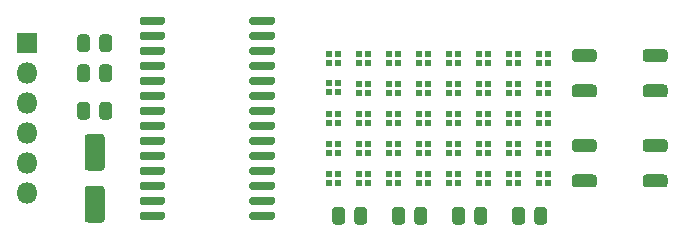
<source format=gbr>
%TF.GenerationSoftware,KiCad,Pcbnew,5.1.6-c6e7f7d~87~ubuntu18.04.1*%
%TF.CreationDate,2020-09-19T20:19:40+02:00*%
%TF.ProjectId,rgbpmod,72676270-6d6f-4642-9e6b-696361645f70,rev?*%
%TF.SameCoordinates,Original*%
%TF.FileFunction,Soldermask,Top*%
%TF.FilePolarity,Negative*%
%FSLAX46Y46*%
G04 Gerber Fmt 4.6, Leading zero omitted, Abs format (unit mm)*
G04 Created by KiCad (PCBNEW 5.1.6-c6e7f7d~87~ubuntu18.04.1) date 2020-09-19 20:19:40*
%MOMM*%
%LPD*%
G01*
G04 APERTURE LIST*
%ADD10R,0.550000X0.550000*%
%ADD11R,1.800000X1.800000*%
%ADD12O,1.800000X1.800000*%
G04 APERTURE END LIST*
%TO.C,C1*%
G36*
G01*
X134385000Y-79856250D02*
X134385000Y-78893750D01*
G75*
G02*
X134653750Y-78625000I268750J0D01*
G01*
X135191250Y-78625000D01*
G75*
G02*
X135460000Y-78893750I0J-268750D01*
G01*
X135460000Y-79856250D01*
G75*
G02*
X135191250Y-80125000I-268750J0D01*
G01*
X134653750Y-80125000D01*
G75*
G02*
X134385000Y-79856250I0J268750D01*
G01*
G37*
G36*
G01*
X132510000Y-79856250D02*
X132510000Y-78893750D01*
G75*
G02*
X132778750Y-78625000I268750J0D01*
G01*
X133316250Y-78625000D01*
G75*
G02*
X133585000Y-78893750I0J-268750D01*
G01*
X133585000Y-79856250D01*
G75*
G02*
X133316250Y-80125000I-268750J0D01*
G01*
X132778750Y-80125000D01*
G75*
G02*
X132510000Y-79856250I0J268750D01*
G01*
G37*
%TD*%
%TO.C,C2*%
G36*
G01*
X137590000Y-79856250D02*
X137590000Y-78893750D01*
G75*
G02*
X137858750Y-78625000I268750J0D01*
G01*
X138396250Y-78625000D01*
G75*
G02*
X138665000Y-78893750I0J-268750D01*
G01*
X138665000Y-79856250D01*
G75*
G02*
X138396250Y-80125000I-268750J0D01*
G01*
X137858750Y-80125000D01*
G75*
G02*
X137590000Y-79856250I0J268750D01*
G01*
G37*
G36*
G01*
X139465000Y-79856250D02*
X139465000Y-78893750D01*
G75*
G02*
X139733750Y-78625000I268750J0D01*
G01*
X140271250Y-78625000D01*
G75*
G02*
X140540000Y-78893750I0J-268750D01*
G01*
X140540000Y-79856250D01*
G75*
G02*
X140271250Y-80125000I-268750J0D01*
G01*
X139733750Y-80125000D01*
G75*
G02*
X139465000Y-79856250I0J268750D01*
G01*
G37*
%TD*%
D10*
%TO.C,D1*%
X122043000Y-65655000D03*
X122813000Y-65655000D03*
X122813000Y-66425000D03*
X122043000Y-66425000D03*
%TD*%
%TO.C,D2*%
X122043000Y-68925000D03*
X122813000Y-68925000D03*
X122813000Y-68155000D03*
X122043000Y-68155000D03*
%TD*%
%TO.C,D3*%
X122043000Y-70735000D03*
X122813000Y-70735000D03*
X122813000Y-71505000D03*
X122043000Y-71505000D03*
%TD*%
%TO.C,D4*%
X122043000Y-74045000D03*
X122813000Y-74045000D03*
X122813000Y-73275000D03*
X122043000Y-73275000D03*
%TD*%
%TO.C,D5*%
X122043000Y-75815000D03*
X122813000Y-75815000D03*
X122813000Y-76585000D03*
X122043000Y-76585000D03*
%TD*%
%TO.C,D6*%
X124583000Y-66425000D03*
X125353000Y-66425000D03*
X125353000Y-65655000D03*
X124583000Y-65655000D03*
%TD*%
%TO.C,D7*%
X124583000Y-68195000D03*
X125353000Y-68195000D03*
X125353000Y-68965000D03*
X124583000Y-68965000D03*
%TD*%
%TO.C,D8*%
X124583000Y-70735000D03*
X125353000Y-70735000D03*
X125353000Y-71505000D03*
X124583000Y-71505000D03*
%TD*%
%TO.C,D9*%
X124583000Y-74045000D03*
X125353000Y-74045000D03*
X125353000Y-73275000D03*
X124583000Y-73275000D03*
%TD*%
%TO.C,D10*%
X124583000Y-76585000D03*
X125353000Y-76585000D03*
X125353000Y-75815000D03*
X124583000Y-75815000D03*
%TD*%
%TO.C,D11*%
X127123000Y-66425000D03*
X127893000Y-66425000D03*
X127893000Y-65655000D03*
X127123000Y-65655000D03*
%TD*%
%TO.C,D12*%
X127123000Y-68195000D03*
X127893000Y-68195000D03*
X127893000Y-68965000D03*
X127123000Y-68965000D03*
%TD*%
%TO.C,D13*%
X127123000Y-71505000D03*
X127893000Y-71505000D03*
X127893000Y-70735000D03*
X127123000Y-70735000D03*
%TD*%
%TO.C,D14*%
X127123000Y-73275000D03*
X127893000Y-73275000D03*
X127893000Y-74045000D03*
X127123000Y-74045000D03*
%TD*%
%TO.C,D15*%
X127123000Y-75815000D03*
X127893000Y-75815000D03*
X127893000Y-76585000D03*
X127123000Y-76585000D03*
%TD*%
%TO.C,D16*%
X129663000Y-66425000D03*
X130433000Y-66425000D03*
X130433000Y-65655000D03*
X129663000Y-65655000D03*
%TD*%
%TO.C,D17*%
X129663000Y-68195000D03*
X130433000Y-68195000D03*
X130433000Y-68965000D03*
X129663000Y-68965000D03*
%TD*%
%TO.C,D18*%
X129663000Y-71505000D03*
X130433000Y-71505000D03*
X130433000Y-70735000D03*
X129663000Y-70735000D03*
%TD*%
%TO.C,D19*%
X129663000Y-73275000D03*
X130433000Y-73275000D03*
X130433000Y-74045000D03*
X129663000Y-74045000D03*
%TD*%
%TO.C,D20*%
X129663000Y-76585000D03*
X130433000Y-76585000D03*
X130433000Y-75815000D03*
X129663000Y-75815000D03*
%TD*%
%TO.C,D21*%
X132203000Y-66425000D03*
X132973000Y-66425000D03*
X132973000Y-65655000D03*
X132203000Y-65655000D03*
%TD*%
%TO.C,D22*%
X132203000Y-68965000D03*
X132973000Y-68965000D03*
X132973000Y-68195000D03*
X132203000Y-68195000D03*
%TD*%
%TO.C,D23*%
X132203000Y-71505000D03*
X132973000Y-71505000D03*
X132973000Y-70735000D03*
X132203000Y-70735000D03*
%TD*%
%TO.C,D24*%
X132203000Y-73275000D03*
X132973000Y-73275000D03*
X132973000Y-74045000D03*
X132203000Y-74045000D03*
%TD*%
%TO.C,D25*%
X132203000Y-75815000D03*
X132973000Y-75815000D03*
X132973000Y-76585000D03*
X132203000Y-76585000D03*
%TD*%
%TO.C,D26*%
X134743000Y-66425000D03*
X135513000Y-66425000D03*
X135513000Y-65655000D03*
X134743000Y-65655000D03*
%TD*%
%TO.C,D27*%
X134743000Y-68195000D03*
X135513000Y-68195000D03*
X135513000Y-68965000D03*
X134743000Y-68965000D03*
%TD*%
%TO.C,D28*%
X134743000Y-71505000D03*
X135513000Y-71505000D03*
X135513000Y-70735000D03*
X134743000Y-70735000D03*
%TD*%
%TO.C,D29*%
X134743000Y-73275000D03*
X135513000Y-73275000D03*
X135513000Y-74045000D03*
X134743000Y-74045000D03*
%TD*%
%TO.C,D30*%
X134743000Y-76585000D03*
X135513000Y-76585000D03*
X135513000Y-75815000D03*
X134743000Y-75815000D03*
%TD*%
%TO.C,D31*%
X137283000Y-66425000D03*
X138053000Y-66425000D03*
X138053000Y-65655000D03*
X137283000Y-65655000D03*
%TD*%
%TO.C,D32*%
X137283000Y-68195000D03*
X138053000Y-68195000D03*
X138053000Y-68965000D03*
X137283000Y-68965000D03*
%TD*%
%TO.C,D33*%
X137283000Y-71505000D03*
X138053000Y-71505000D03*
X138053000Y-70735000D03*
X137283000Y-70735000D03*
%TD*%
%TO.C,D34*%
X137283000Y-73275000D03*
X138053000Y-73275000D03*
X138053000Y-74045000D03*
X137283000Y-74045000D03*
%TD*%
%TO.C,D35*%
X137283000Y-75815000D03*
X138053000Y-75815000D03*
X138053000Y-76585000D03*
X137283000Y-76585000D03*
%TD*%
%TO.C,D36*%
X139823000Y-65655000D03*
X140593000Y-65655000D03*
X140593000Y-66425000D03*
X139823000Y-66425000D03*
%TD*%
%TO.C,D37*%
X139823000Y-68195000D03*
X140593000Y-68195000D03*
X140593000Y-68965000D03*
X139823000Y-68965000D03*
%TD*%
%TO.C,D38*%
X139823000Y-71505000D03*
X140593000Y-71505000D03*
X140593000Y-70735000D03*
X139823000Y-70735000D03*
%TD*%
%TO.C,D39*%
X139823000Y-73275000D03*
X140593000Y-73275000D03*
X140593000Y-74045000D03*
X139823000Y-74045000D03*
%TD*%
%TO.C,D40*%
X139823000Y-76585000D03*
X140593000Y-76585000D03*
X140593000Y-75815000D03*
X139823000Y-75815000D03*
%TD*%
D11*
%TO.C,J1*%
X96520000Y-64770000D03*
D12*
X96520000Y-67310000D03*
X96520000Y-69850000D03*
X96520000Y-72390000D03*
X96520000Y-74930000D03*
X96520000Y-77470000D03*
%TD*%
%TO.C,R1*%
G36*
G01*
X124225000Y-79856250D02*
X124225000Y-78893750D01*
G75*
G02*
X124493750Y-78625000I268750J0D01*
G01*
X125031250Y-78625000D01*
G75*
G02*
X125300000Y-78893750I0J-268750D01*
G01*
X125300000Y-79856250D01*
G75*
G02*
X125031250Y-80125000I-268750J0D01*
G01*
X124493750Y-80125000D01*
G75*
G02*
X124225000Y-79856250I0J268750D01*
G01*
G37*
G36*
G01*
X122350000Y-79856250D02*
X122350000Y-78893750D01*
G75*
G02*
X122618750Y-78625000I268750J0D01*
G01*
X123156250Y-78625000D01*
G75*
G02*
X123425000Y-78893750I0J-268750D01*
G01*
X123425000Y-79856250D01*
G75*
G02*
X123156250Y-80125000I-268750J0D01*
G01*
X122618750Y-80125000D01*
G75*
G02*
X122350000Y-79856250I0J268750D01*
G01*
G37*
%TD*%
%TO.C,R2*%
G36*
G01*
X129305000Y-79856250D02*
X129305000Y-78893750D01*
G75*
G02*
X129573750Y-78625000I268750J0D01*
G01*
X130111250Y-78625000D01*
G75*
G02*
X130380000Y-78893750I0J-268750D01*
G01*
X130380000Y-79856250D01*
G75*
G02*
X130111250Y-80125000I-268750J0D01*
G01*
X129573750Y-80125000D01*
G75*
G02*
X129305000Y-79856250I0J268750D01*
G01*
G37*
G36*
G01*
X127430000Y-79856250D02*
X127430000Y-78893750D01*
G75*
G02*
X127698750Y-78625000I268750J0D01*
G01*
X128236250Y-78625000D01*
G75*
G02*
X128505000Y-78893750I0J-268750D01*
G01*
X128505000Y-79856250D01*
G75*
G02*
X128236250Y-80125000I-268750J0D01*
G01*
X127698750Y-80125000D01*
G75*
G02*
X127430000Y-79856250I0J268750D01*
G01*
G37*
%TD*%
%TO.C,R3*%
G36*
G01*
X100760000Y-65251250D02*
X100760000Y-64288750D01*
G75*
G02*
X101028750Y-64020000I268750J0D01*
G01*
X101566250Y-64020000D01*
G75*
G02*
X101835000Y-64288750I0J-268750D01*
G01*
X101835000Y-65251250D01*
G75*
G02*
X101566250Y-65520000I-268750J0D01*
G01*
X101028750Y-65520000D01*
G75*
G02*
X100760000Y-65251250I0J268750D01*
G01*
G37*
G36*
G01*
X102635000Y-65251250D02*
X102635000Y-64288750D01*
G75*
G02*
X102903750Y-64020000I268750J0D01*
G01*
X103441250Y-64020000D01*
G75*
G02*
X103710000Y-64288750I0J-268750D01*
G01*
X103710000Y-65251250D01*
G75*
G02*
X103441250Y-65520000I-268750J0D01*
G01*
X102903750Y-65520000D01*
G75*
G02*
X102635000Y-65251250I0J268750D01*
G01*
G37*
%TD*%
%TO.C,R4*%
G36*
G01*
X100760000Y-67791250D02*
X100760000Y-66828750D01*
G75*
G02*
X101028750Y-66560000I268750J0D01*
G01*
X101566250Y-66560000D01*
G75*
G02*
X101835000Y-66828750I0J-268750D01*
G01*
X101835000Y-67791250D01*
G75*
G02*
X101566250Y-68060000I-268750J0D01*
G01*
X101028750Y-68060000D01*
G75*
G02*
X100760000Y-67791250I0J268750D01*
G01*
G37*
G36*
G01*
X102635000Y-67791250D02*
X102635000Y-66828750D01*
G75*
G02*
X102903750Y-66560000I268750J0D01*
G01*
X103441250Y-66560000D01*
G75*
G02*
X103710000Y-66828750I0J-268750D01*
G01*
X103710000Y-67791250D01*
G75*
G02*
X103441250Y-68060000I-268750J0D01*
G01*
X102903750Y-68060000D01*
G75*
G02*
X102635000Y-67791250I0J268750D01*
G01*
G37*
%TD*%
%TO.C,SW1*%
G36*
G01*
X142635000Y-66085000D02*
X142635000Y-65535000D01*
G75*
G02*
X142910000Y-65260000I275000J0D01*
G01*
X144460000Y-65260000D01*
G75*
G02*
X144735000Y-65535000I0J-275000D01*
G01*
X144735000Y-66085000D01*
G75*
G02*
X144460000Y-66360000I-275000J0D01*
G01*
X142910000Y-66360000D01*
G75*
G02*
X142635000Y-66085000I0J275000D01*
G01*
G37*
G36*
G01*
X142635000Y-69085000D02*
X142635000Y-68535000D01*
G75*
G02*
X142910000Y-68260000I275000J0D01*
G01*
X144460000Y-68260000D01*
G75*
G02*
X144735000Y-68535000I0J-275000D01*
G01*
X144735000Y-69085000D01*
G75*
G02*
X144460000Y-69360000I-275000J0D01*
G01*
X142910000Y-69360000D01*
G75*
G02*
X142635000Y-69085000I0J275000D01*
G01*
G37*
G36*
G01*
X148635000Y-66085000D02*
X148635000Y-65535000D01*
G75*
G02*
X148910000Y-65260000I275000J0D01*
G01*
X150460000Y-65260000D01*
G75*
G02*
X150735000Y-65535000I0J-275000D01*
G01*
X150735000Y-66085000D01*
G75*
G02*
X150460000Y-66360000I-275000J0D01*
G01*
X148910000Y-66360000D01*
G75*
G02*
X148635000Y-66085000I0J275000D01*
G01*
G37*
G36*
G01*
X148635000Y-69085000D02*
X148635000Y-68535000D01*
G75*
G02*
X148910000Y-68260000I275000J0D01*
G01*
X150460000Y-68260000D01*
G75*
G02*
X150735000Y-68535000I0J-275000D01*
G01*
X150735000Y-69085000D01*
G75*
G02*
X150460000Y-69360000I-275000J0D01*
G01*
X148910000Y-69360000D01*
G75*
G02*
X148635000Y-69085000I0J275000D01*
G01*
G37*
%TD*%
%TO.C,SW2*%
G36*
G01*
X148635000Y-76705000D02*
X148635000Y-76155000D01*
G75*
G02*
X148910000Y-75880000I275000J0D01*
G01*
X150460000Y-75880000D01*
G75*
G02*
X150735000Y-76155000I0J-275000D01*
G01*
X150735000Y-76705000D01*
G75*
G02*
X150460000Y-76980000I-275000J0D01*
G01*
X148910000Y-76980000D01*
G75*
G02*
X148635000Y-76705000I0J275000D01*
G01*
G37*
G36*
G01*
X148635000Y-73705000D02*
X148635000Y-73155000D01*
G75*
G02*
X148910000Y-72880000I275000J0D01*
G01*
X150460000Y-72880000D01*
G75*
G02*
X150735000Y-73155000I0J-275000D01*
G01*
X150735000Y-73705000D01*
G75*
G02*
X150460000Y-73980000I-275000J0D01*
G01*
X148910000Y-73980000D01*
G75*
G02*
X148635000Y-73705000I0J275000D01*
G01*
G37*
G36*
G01*
X142635000Y-76705000D02*
X142635000Y-76155000D01*
G75*
G02*
X142910000Y-75880000I275000J0D01*
G01*
X144460000Y-75880000D01*
G75*
G02*
X144735000Y-76155000I0J-275000D01*
G01*
X144735000Y-76705000D01*
G75*
G02*
X144460000Y-76980000I-275000J0D01*
G01*
X142910000Y-76980000D01*
G75*
G02*
X142635000Y-76705000I0J275000D01*
G01*
G37*
G36*
G01*
X142635000Y-73705000D02*
X142635000Y-73155000D01*
G75*
G02*
X142910000Y-72880000I275000J0D01*
G01*
X144460000Y-72880000D01*
G75*
G02*
X144735000Y-73155000I0J-275000D01*
G01*
X144735000Y-73705000D01*
G75*
G02*
X144460000Y-73980000I-275000J0D01*
G01*
X142910000Y-73980000D01*
G75*
G02*
X142635000Y-73705000I0J275000D01*
G01*
G37*
%TD*%
%TO.C,U1*%
G36*
G01*
X117485000Y-79200000D02*
X117485000Y-79550000D01*
G75*
G02*
X117310000Y-79725000I-175000J0D01*
G01*
X115510000Y-79725000D01*
G75*
G02*
X115335000Y-79550000I0J175000D01*
G01*
X115335000Y-79200000D01*
G75*
G02*
X115510000Y-79025000I175000J0D01*
G01*
X117310000Y-79025000D01*
G75*
G02*
X117485000Y-79200000I0J-175000D01*
G01*
G37*
G36*
G01*
X117485000Y-77930000D02*
X117485000Y-78280000D01*
G75*
G02*
X117310000Y-78455000I-175000J0D01*
G01*
X115510000Y-78455000D01*
G75*
G02*
X115335000Y-78280000I0J175000D01*
G01*
X115335000Y-77930000D01*
G75*
G02*
X115510000Y-77755000I175000J0D01*
G01*
X117310000Y-77755000D01*
G75*
G02*
X117485000Y-77930000I0J-175000D01*
G01*
G37*
G36*
G01*
X117485000Y-76660000D02*
X117485000Y-77010000D01*
G75*
G02*
X117310000Y-77185000I-175000J0D01*
G01*
X115510000Y-77185000D01*
G75*
G02*
X115335000Y-77010000I0J175000D01*
G01*
X115335000Y-76660000D01*
G75*
G02*
X115510000Y-76485000I175000J0D01*
G01*
X117310000Y-76485000D01*
G75*
G02*
X117485000Y-76660000I0J-175000D01*
G01*
G37*
G36*
G01*
X117485000Y-75390000D02*
X117485000Y-75740000D01*
G75*
G02*
X117310000Y-75915000I-175000J0D01*
G01*
X115510000Y-75915000D01*
G75*
G02*
X115335000Y-75740000I0J175000D01*
G01*
X115335000Y-75390000D01*
G75*
G02*
X115510000Y-75215000I175000J0D01*
G01*
X117310000Y-75215000D01*
G75*
G02*
X117485000Y-75390000I0J-175000D01*
G01*
G37*
G36*
G01*
X117485000Y-74120000D02*
X117485000Y-74470000D01*
G75*
G02*
X117310000Y-74645000I-175000J0D01*
G01*
X115510000Y-74645000D01*
G75*
G02*
X115335000Y-74470000I0J175000D01*
G01*
X115335000Y-74120000D01*
G75*
G02*
X115510000Y-73945000I175000J0D01*
G01*
X117310000Y-73945000D01*
G75*
G02*
X117485000Y-74120000I0J-175000D01*
G01*
G37*
G36*
G01*
X117485000Y-72850000D02*
X117485000Y-73200000D01*
G75*
G02*
X117310000Y-73375000I-175000J0D01*
G01*
X115510000Y-73375000D01*
G75*
G02*
X115335000Y-73200000I0J175000D01*
G01*
X115335000Y-72850000D01*
G75*
G02*
X115510000Y-72675000I175000J0D01*
G01*
X117310000Y-72675000D01*
G75*
G02*
X117485000Y-72850000I0J-175000D01*
G01*
G37*
G36*
G01*
X117485000Y-71580000D02*
X117485000Y-71930000D01*
G75*
G02*
X117310000Y-72105000I-175000J0D01*
G01*
X115510000Y-72105000D01*
G75*
G02*
X115335000Y-71930000I0J175000D01*
G01*
X115335000Y-71580000D01*
G75*
G02*
X115510000Y-71405000I175000J0D01*
G01*
X117310000Y-71405000D01*
G75*
G02*
X117485000Y-71580000I0J-175000D01*
G01*
G37*
G36*
G01*
X117485000Y-70310000D02*
X117485000Y-70660000D01*
G75*
G02*
X117310000Y-70835000I-175000J0D01*
G01*
X115510000Y-70835000D01*
G75*
G02*
X115335000Y-70660000I0J175000D01*
G01*
X115335000Y-70310000D01*
G75*
G02*
X115510000Y-70135000I175000J0D01*
G01*
X117310000Y-70135000D01*
G75*
G02*
X117485000Y-70310000I0J-175000D01*
G01*
G37*
G36*
G01*
X117485000Y-69040000D02*
X117485000Y-69390000D01*
G75*
G02*
X117310000Y-69565000I-175000J0D01*
G01*
X115510000Y-69565000D01*
G75*
G02*
X115335000Y-69390000I0J175000D01*
G01*
X115335000Y-69040000D01*
G75*
G02*
X115510000Y-68865000I175000J0D01*
G01*
X117310000Y-68865000D01*
G75*
G02*
X117485000Y-69040000I0J-175000D01*
G01*
G37*
G36*
G01*
X117485000Y-67770000D02*
X117485000Y-68120000D01*
G75*
G02*
X117310000Y-68295000I-175000J0D01*
G01*
X115510000Y-68295000D01*
G75*
G02*
X115335000Y-68120000I0J175000D01*
G01*
X115335000Y-67770000D01*
G75*
G02*
X115510000Y-67595000I175000J0D01*
G01*
X117310000Y-67595000D01*
G75*
G02*
X117485000Y-67770000I0J-175000D01*
G01*
G37*
G36*
G01*
X117485000Y-66500000D02*
X117485000Y-66850000D01*
G75*
G02*
X117310000Y-67025000I-175000J0D01*
G01*
X115510000Y-67025000D01*
G75*
G02*
X115335000Y-66850000I0J175000D01*
G01*
X115335000Y-66500000D01*
G75*
G02*
X115510000Y-66325000I175000J0D01*
G01*
X117310000Y-66325000D01*
G75*
G02*
X117485000Y-66500000I0J-175000D01*
G01*
G37*
G36*
G01*
X117485000Y-65230000D02*
X117485000Y-65580000D01*
G75*
G02*
X117310000Y-65755000I-175000J0D01*
G01*
X115510000Y-65755000D01*
G75*
G02*
X115335000Y-65580000I0J175000D01*
G01*
X115335000Y-65230000D01*
G75*
G02*
X115510000Y-65055000I175000J0D01*
G01*
X117310000Y-65055000D01*
G75*
G02*
X117485000Y-65230000I0J-175000D01*
G01*
G37*
G36*
G01*
X117485000Y-63960000D02*
X117485000Y-64310000D01*
G75*
G02*
X117310000Y-64485000I-175000J0D01*
G01*
X115510000Y-64485000D01*
G75*
G02*
X115335000Y-64310000I0J175000D01*
G01*
X115335000Y-63960000D01*
G75*
G02*
X115510000Y-63785000I175000J0D01*
G01*
X117310000Y-63785000D01*
G75*
G02*
X117485000Y-63960000I0J-175000D01*
G01*
G37*
G36*
G01*
X117485000Y-62690000D02*
X117485000Y-63040000D01*
G75*
G02*
X117310000Y-63215000I-175000J0D01*
G01*
X115510000Y-63215000D01*
G75*
G02*
X115335000Y-63040000I0J175000D01*
G01*
X115335000Y-62690000D01*
G75*
G02*
X115510000Y-62515000I175000J0D01*
G01*
X117310000Y-62515000D01*
G75*
G02*
X117485000Y-62690000I0J-175000D01*
G01*
G37*
G36*
G01*
X108185000Y-62690000D02*
X108185000Y-63040000D01*
G75*
G02*
X108010000Y-63215000I-175000J0D01*
G01*
X106210000Y-63215000D01*
G75*
G02*
X106035000Y-63040000I0J175000D01*
G01*
X106035000Y-62690000D01*
G75*
G02*
X106210000Y-62515000I175000J0D01*
G01*
X108010000Y-62515000D01*
G75*
G02*
X108185000Y-62690000I0J-175000D01*
G01*
G37*
G36*
G01*
X108185000Y-63960000D02*
X108185000Y-64310000D01*
G75*
G02*
X108010000Y-64485000I-175000J0D01*
G01*
X106210000Y-64485000D01*
G75*
G02*
X106035000Y-64310000I0J175000D01*
G01*
X106035000Y-63960000D01*
G75*
G02*
X106210000Y-63785000I175000J0D01*
G01*
X108010000Y-63785000D01*
G75*
G02*
X108185000Y-63960000I0J-175000D01*
G01*
G37*
G36*
G01*
X108185000Y-65230000D02*
X108185000Y-65580000D01*
G75*
G02*
X108010000Y-65755000I-175000J0D01*
G01*
X106210000Y-65755000D01*
G75*
G02*
X106035000Y-65580000I0J175000D01*
G01*
X106035000Y-65230000D01*
G75*
G02*
X106210000Y-65055000I175000J0D01*
G01*
X108010000Y-65055000D01*
G75*
G02*
X108185000Y-65230000I0J-175000D01*
G01*
G37*
G36*
G01*
X108185000Y-66500000D02*
X108185000Y-66850000D01*
G75*
G02*
X108010000Y-67025000I-175000J0D01*
G01*
X106210000Y-67025000D01*
G75*
G02*
X106035000Y-66850000I0J175000D01*
G01*
X106035000Y-66500000D01*
G75*
G02*
X106210000Y-66325000I175000J0D01*
G01*
X108010000Y-66325000D01*
G75*
G02*
X108185000Y-66500000I0J-175000D01*
G01*
G37*
G36*
G01*
X108185000Y-67770000D02*
X108185000Y-68120000D01*
G75*
G02*
X108010000Y-68295000I-175000J0D01*
G01*
X106210000Y-68295000D01*
G75*
G02*
X106035000Y-68120000I0J175000D01*
G01*
X106035000Y-67770000D01*
G75*
G02*
X106210000Y-67595000I175000J0D01*
G01*
X108010000Y-67595000D01*
G75*
G02*
X108185000Y-67770000I0J-175000D01*
G01*
G37*
G36*
G01*
X108185000Y-69040000D02*
X108185000Y-69390000D01*
G75*
G02*
X108010000Y-69565000I-175000J0D01*
G01*
X106210000Y-69565000D01*
G75*
G02*
X106035000Y-69390000I0J175000D01*
G01*
X106035000Y-69040000D01*
G75*
G02*
X106210000Y-68865000I175000J0D01*
G01*
X108010000Y-68865000D01*
G75*
G02*
X108185000Y-69040000I0J-175000D01*
G01*
G37*
G36*
G01*
X108185000Y-70310000D02*
X108185000Y-70660000D01*
G75*
G02*
X108010000Y-70835000I-175000J0D01*
G01*
X106210000Y-70835000D01*
G75*
G02*
X106035000Y-70660000I0J175000D01*
G01*
X106035000Y-70310000D01*
G75*
G02*
X106210000Y-70135000I175000J0D01*
G01*
X108010000Y-70135000D01*
G75*
G02*
X108185000Y-70310000I0J-175000D01*
G01*
G37*
G36*
G01*
X108185000Y-71580000D02*
X108185000Y-71930000D01*
G75*
G02*
X108010000Y-72105000I-175000J0D01*
G01*
X106210000Y-72105000D01*
G75*
G02*
X106035000Y-71930000I0J175000D01*
G01*
X106035000Y-71580000D01*
G75*
G02*
X106210000Y-71405000I175000J0D01*
G01*
X108010000Y-71405000D01*
G75*
G02*
X108185000Y-71580000I0J-175000D01*
G01*
G37*
G36*
G01*
X108185000Y-72850000D02*
X108185000Y-73200000D01*
G75*
G02*
X108010000Y-73375000I-175000J0D01*
G01*
X106210000Y-73375000D01*
G75*
G02*
X106035000Y-73200000I0J175000D01*
G01*
X106035000Y-72850000D01*
G75*
G02*
X106210000Y-72675000I175000J0D01*
G01*
X108010000Y-72675000D01*
G75*
G02*
X108185000Y-72850000I0J-175000D01*
G01*
G37*
G36*
G01*
X108185000Y-74120000D02*
X108185000Y-74470000D01*
G75*
G02*
X108010000Y-74645000I-175000J0D01*
G01*
X106210000Y-74645000D01*
G75*
G02*
X106035000Y-74470000I0J175000D01*
G01*
X106035000Y-74120000D01*
G75*
G02*
X106210000Y-73945000I175000J0D01*
G01*
X108010000Y-73945000D01*
G75*
G02*
X108185000Y-74120000I0J-175000D01*
G01*
G37*
G36*
G01*
X108185000Y-75390000D02*
X108185000Y-75740000D01*
G75*
G02*
X108010000Y-75915000I-175000J0D01*
G01*
X106210000Y-75915000D01*
G75*
G02*
X106035000Y-75740000I0J175000D01*
G01*
X106035000Y-75390000D01*
G75*
G02*
X106210000Y-75215000I175000J0D01*
G01*
X108010000Y-75215000D01*
G75*
G02*
X108185000Y-75390000I0J-175000D01*
G01*
G37*
G36*
G01*
X108185000Y-76660000D02*
X108185000Y-77010000D01*
G75*
G02*
X108010000Y-77185000I-175000J0D01*
G01*
X106210000Y-77185000D01*
G75*
G02*
X106035000Y-77010000I0J175000D01*
G01*
X106035000Y-76660000D01*
G75*
G02*
X106210000Y-76485000I175000J0D01*
G01*
X108010000Y-76485000D01*
G75*
G02*
X108185000Y-76660000I0J-175000D01*
G01*
G37*
G36*
G01*
X108185000Y-77930000D02*
X108185000Y-78280000D01*
G75*
G02*
X108010000Y-78455000I-175000J0D01*
G01*
X106210000Y-78455000D01*
G75*
G02*
X106035000Y-78280000I0J175000D01*
G01*
X106035000Y-77930000D01*
G75*
G02*
X106210000Y-77755000I175000J0D01*
G01*
X108010000Y-77755000D01*
G75*
G02*
X108185000Y-77930000I0J-175000D01*
G01*
G37*
G36*
G01*
X108185000Y-79200000D02*
X108185000Y-79550000D01*
G75*
G02*
X108010000Y-79725000I-175000J0D01*
G01*
X106210000Y-79725000D01*
G75*
G02*
X106035000Y-79550000I0J175000D01*
G01*
X106035000Y-79200000D01*
G75*
G02*
X106210000Y-79025000I175000J0D01*
G01*
X108010000Y-79025000D01*
G75*
G02*
X108185000Y-79200000I0J-175000D01*
G01*
G37*
%TD*%
%TO.C,C3*%
G36*
G01*
X102819375Y-79950000D02*
X101650625Y-79950000D01*
G75*
G02*
X101385000Y-79684375I0J265625D01*
G01*
X101385000Y-77115625D01*
G75*
G02*
X101650625Y-76850000I265625J0D01*
G01*
X102819375Y-76850000D01*
G75*
G02*
X103085000Y-77115625I0J-265625D01*
G01*
X103085000Y-79684375D01*
G75*
G02*
X102819375Y-79950000I-265625J0D01*
G01*
G37*
G36*
G01*
X102819375Y-75550000D02*
X101650625Y-75550000D01*
G75*
G02*
X101385000Y-75284375I0J265625D01*
G01*
X101385000Y-72715625D01*
G75*
G02*
X101650625Y-72450000I265625J0D01*
G01*
X102819375Y-72450000D01*
G75*
G02*
X103085000Y-72715625I0J-265625D01*
G01*
X103085000Y-75284375D01*
G75*
G02*
X102819375Y-75550000I-265625J0D01*
G01*
G37*
%TD*%
%TO.C,C4*%
G36*
G01*
X100760000Y-70966250D02*
X100760000Y-70003750D01*
G75*
G02*
X101028750Y-69735000I268750J0D01*
G01*
X101566250Y-69735000D01*
G75*
G02*
X101835000Y-70003750I0J-268750D01*
G01*
X101835000Y-70966250D01*
G75*
G02*
X101566250Y-71235000I-268750J0D01*
G01*
X101028750Y-71235000D01*
G75*
G02*
X100760000Y-70966250I0J268750D01*
G01*
G37*
G36*
G01*
X102635000Y-70966250D02*
X102635000Y-70003750D01*
G75*
G02*
X102903750Y-69735000I268750J0D01*
G01*
X103441250Y-69735000D01*
G75*
G02*
X103710000Y-70003750I0J-268750D01*
G01*
X103710000Y-70966250D01*
G75*
G02*
X103441250Y-71235000I-268750J0D01*
G01*
X102903750Y-71235000D01*
G75*
G02*
X102635000Y-70966250I0J268750D01*
G01*
G37*
%TD*%
M02*

</source>
